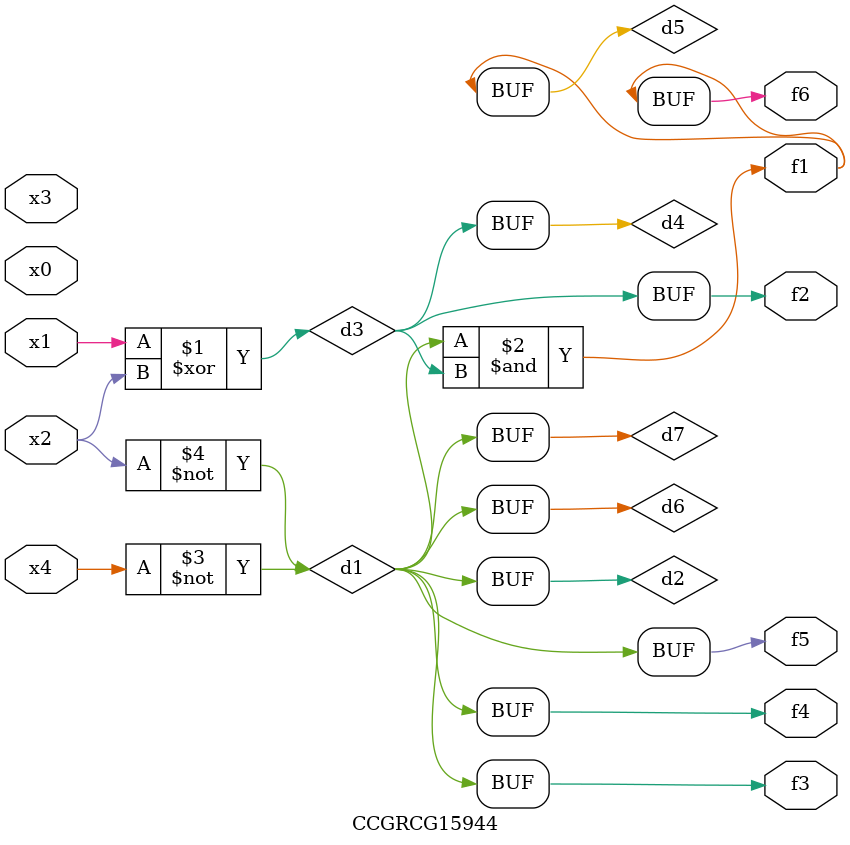
<source format=v>
module CCGRCG15944(
	input x0, x1, x2, x3, x4,
	output f1, f2, f3, f4, f5, f6
);

	wire d1, d2, d3, d4, d5, d6, d7;

	not (d1, x4);
	not (d2, x2);
	xor (d3, x1, x2);
	buf (d4, d3);
	and (d5, d1, d3);
	buf (d6, d1, d2);
	buf (d7, d2);
	assign f1 = d5;
	assign f2 = d4;
	assign f3 = d7;
	assign f4 = d7;
	assign f5 = d7;
	assign f6 = d5;
endmodule

</source>
